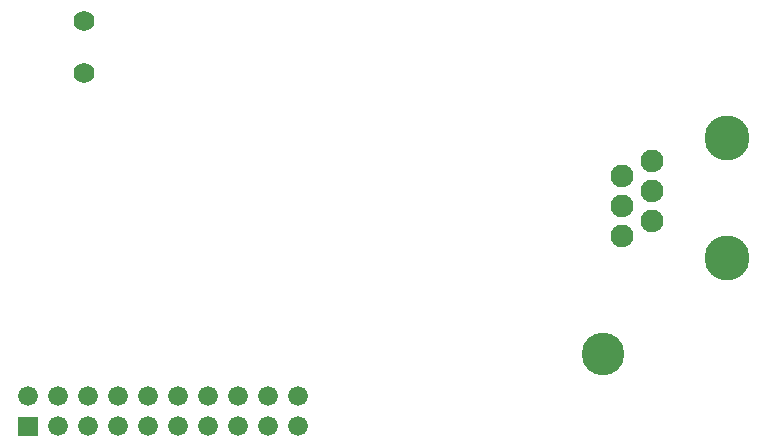
<source format=gbr>
G04 start of page 7 for group -4062 idx -4062 *
G04 Title: (unknown), soldermask *
G04 Creator: pcb 20140316 *
G04 CreationDate: Thu 05 Mar 2020 03:13:11 AM GMT UTC *
G04 For: railfan *
G04 Format: Gerber/RS-274X *
G04 PCB-Dimensions (mil): 2500.00 1600.00 *
G04 PCB-Coordinate-Origin: lower left *
%MOIN*%
%FSLAX25Y25*%
%LNBOTTOMMASK*%
%ADD80C,0.1420*%
%ADD79C,0.1500*%
%ADD78C,0.0760*%
%ADD77C,0.0693*%
%ADD76C,0.0660*%
%ADD75C,0.0001*%
G54D75*G36*
X2200Y8800D02*Y2200D01*
X8800D01*
Y8800D01*
X2200D01*
G37*
G54D76*X15500Y5500D03*
X25500D03*
X5500Y15500D03*
X15500D03*
X25500D03*
G54D77*X24122Y140661D03*
Y123339D03*
G54D76*X35500Y5500D03*
X45500D03*
X55500D03*
X65500D03*
X75500D03*
X85500D03*
Y15500D03*
X95500Y5500D03*
Y15500D03*
X35500D03*
X45500D03*
X55500D03*
X65500D03*
X75500D03*
G54D78*X203500Y69000D03*
X213500Y74000D03*
X203500Y79000D03*
X213500Y84000D03*
X203500Y89000D03*
X213500Y94000D03*
G54D79*X238500Y61500D03*
Y101500D03*
G54D80*X197000Y29500D03*
M02*

</source>
